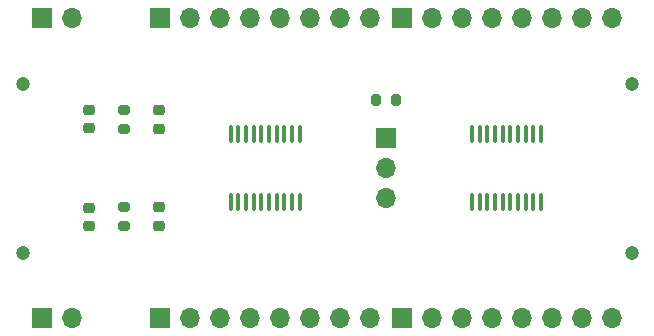
<source format=gts>
%TF.GenerationSoftware,KiCad,Pcbnew,7.0.9*%
%TF.CreationDate,2024-01-09T19:40:25+08:00*%
%TF.ProjectId,UINIO-Signal-Translator,55494e49-4f2d-4536-9967-6e616c2d5472,Version 1.0.0*%
%TF.SameCoordinates,PX78a63b0PY57fedb0*%
%TF.FileFunction,Soldermask,Top*%
%TF.FilePolarity,Negative*%
%FSLAX46Y46*%
G04 Gerber Fmt 4.6, Leading zero omitted, Abs format (unit mm)*
G04 Created by KiCad (PCBNEW 7.0.9) date 2024-01-09 19:40:25*
%MOMM*%
%LPD*%
G01*
G04 APERTURE LIST*
G04 Aperture macros list*
%AMRoundRect*
0 Rectangle with rounded corners*
0 $1 Rounding radius*
0 $2 $3 $4 $5 $6 $7 $8 $9 X,Y pos of 4 corners*
0 Add a 4 corners polygon primitive as box body*
4,1,4,$2,$3,$4,$5,$6,$7,$8,$9,$2,$3,0*
0 Add four circle primitives for the rounded corners*
1,1,$1+$1,$2,$3*
1,1,$1+$1,$4,$5*
1,1,$1+$1,$6,$7*
1,1,$1+$1,$8,$9*
0 Add four rect primitives between the rounded corners*
20,1,$1+$1,$2,$3,$4,$5,0*
20,1,$1+$1,$4,$5,$6,$7,0*
20,1,$1+$1,$6,$7,$8,$9,0*
20,1,$1+$1,$8,$9,$2,$3,0*%
G04 Aperture macros list end*
%ADD10R,1.700000X1.700000*%
%ADD11O,1.700000X1.700000*%
%ADD12RoundRect,0.218750X-0.256250X0.218750X-0.256250X-0.218750X0.256250X-0.218750X0.256250X0.218750X0*%
%ADD13C,1.200000*%
%ADD14RoundRect,0.200000X-0.275000X0.200000X-0.275000X-0.200000X0.275000X-0.200000X0.275000X0.200000X0*%
%ADD15RoundRect,0.218750X0.256250X-0.218750X0.256250X0.218750X-0.256250X0.218750X-0.256250X-0.218750X0*%
%ADD16RoundRect,0.200000X0.275000X-0.200000X0.275000X0.200000X-0.275000X0.200000X-0.275000X-0.200000X0*%
%ADD17RoundRect,0.100000X0.100000X-0.637500X0.100000X0.637500X-0.100000X0.637500X-0.100000X-0.637500X0*%
%ADD18RoundRect,0.225000X0.250000X-0.225000X0.250000X0.225000X-0.250000X0.225000X-0.250000X-0.225000X0*%
%ADD19RoundRect,0.225000X-0.250000X0.225000X-0.250000X-0.225000X0.250000X-0.225000X0.250000X0.225000X0*%
%ADD20RoundRect,0.200000X-0.200000X-0.275000X0.200000X-0.275000X0.200000X0.275000X-0.200000X0.275000X0*%
G04 APERTURE END LIST*
D10*
%TO.C,J1*%
X505000Y-26750000D03*
D11*
X3045000Y-26750000D03*
%TD*%
D12*
%TO.C,D2*%
X10420000Y-9135833D03*
X10420000Y-10710833D03*
%TD*%
D13*
%TO.C,HOLE\u002A\u002A*%
X-1090000Y-6930000D03*
%TD*%
D10*
%TO.C,J4*%
X10570000Y-1350000D03*
D11*
X13110000Y-1350000D03*
X15650000Y-1350000D03*
X18190000Y-1350000D03*
X20730000Y-1350000D03*
X23270000Y-1350000D03*
X25810000Y-1350000D03*
X28350000Y-1350000D03*
%TD*%
D14*
%TO.C,R2*%
X7470000Y-9118333D03*
X7470000Y-10768333D03*
%TD*%
D15*
%TO.C,D1*%
X10420000Y-18964166D03*
X10420000Y-17389166D03*
%TD*%
D16*
%TO.C,R1*%
X7470000Y-19001666D03*
X7470000Y-17351666D03*
%TD*%
D13*
%TO.C,HOLE\u002A\u002A*%
X-1080000Y-21230000D03*
%TD*%
D10*
%TO.C,J6*%
X29665000Y-11525000D03*
D11*
X29665000Y-14065000D03*
X29665000Y-16605000D03*
%TD*%
D10*
%TO.C,J7*%
X31010000Y-1350000D03*
D11*
X33550000Y-1350000D03*
X36090000Y-1350000D03*
X38630000Y-1350000D03*
X41170000Y-1350000D03*
X43710000Y-1350000D03*
X46250000Y-1350000D03*
X48790000Y-1350000D03*
%TD*%
D10*
%TO.C,J2*%
X10570000Y-26750000D03*
D11*
X13110000Y-26750000D03*
X15650000Y-26750000D03*
X18190000Y-26750000D03*
X20730000Y-26750000D03*
X23270000Y-26750000D03*
X25810000Y-26750000D03*
X28350000Y-26750000D03*
%TD*%
D17*
%TO.C,U1*%
X16520000Y-16912500D03*
X17170000Y-16912500D03*
X17820000Y-16912500D03*
X18470000Y-16912500D03*
X19120000Y-16912500D03*
X19770000Y-16912500D03*
X20420000Y-16912500D03*
X21070000Y-16912500D03*
X21720000Y-16912500D03*
X22370000Y-16912500D03*
X22370000Y-11187500D03*
X21720000Y-11187500D03*
X21070000Y-11187500D03*
X20420000Y-11187500D03*
X19770000Y-11187500D03*
X19120000Y-11187500D03*
X18470000Y-11187500D03*
X17820000Y-11187500D03*
X17170000Y-11187500D03*
X16520000Y-11187500D03*
%TD*%
D18*
%TO.C,C2*%
X4560000Y-9148333D03*
X4560000Y-10698333D03*
%TD*%
D19*
%TO.C,C1*%
X4560000Y-18951666D03*
X4560000Y-17401666D03*
%TD*%
D17*
%TO.C,U2*%
X36960000Y-16912500D03*
X37610000Y-16912500D03*
X38260000Y-16912500D03*
X38910000Y-16912500D03*
X39560000Y-16912500D03*
X40210000Y-16912500D03*
X40860000Y-16912500D03*
X41510000Y-16912500D03*
X42160000Y-16912500D03*
X42810000Y-16912500D03*
X42810000Y-11187500D03*
X42160000Y-11187500D03*
X41510000Y-11187500D03*
X40860000Y-11187500D03*
X40210000Y-11187500D03*
X39560000Y-11187500D03*
X38910000Y-11187500D03*
X38260000Y-11187500D03*
X37610000Y-11187500D03*
X36960000Y-11187500D03*
%TD*%
D13*
%TO.C,HOLE\u002A\u002A*%
X50470000Y-21230000D03*
%TD*%
D10*
%TO.C,J3*%
X505000Y-1350000D03*
D11*
X3045000Y-1350000D03*
%TD*%
D13*
%TO.C,HOLE\u002A\u002A*%
X50470000Y-6930000D03*
%TD*%
D10*
%TO.C,J5*%
X31010000Y-26750000D03*
D11*
X33550000Y-26750000D03*
X36090000Y-26750000D03*
X38630000Y-26750000D03*
X41170000Y-26750000D03*
X43710000Y-26750000D03*
X46250000Y-26750000D03*
X48790000Y-26750000D03*
%TD*%
D20*
%TO.C,R3*%
X28840000Y-8260000D03*
X30490000Y-8260000D03*
%TD*%
M02*

</source>
